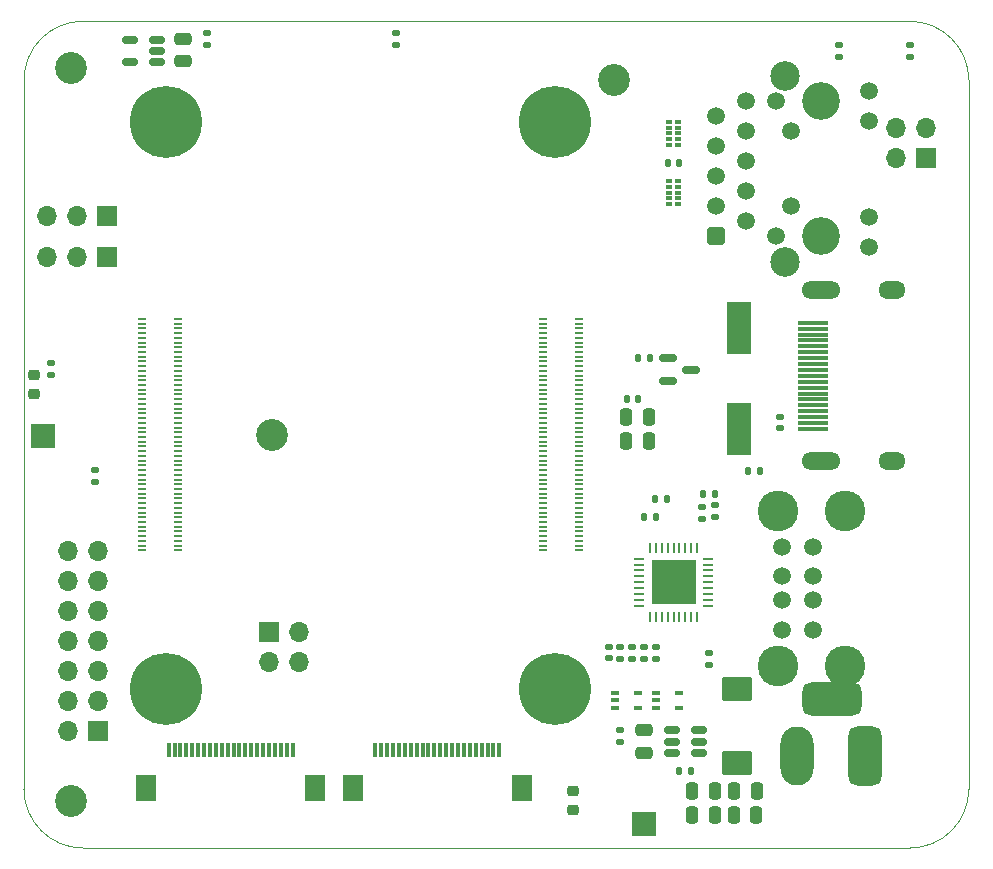
<source format=gts>
G04 #@! TF.GenerationSoftware,KiCad,Pcbnew,5.99.0-unknown-2a2dc1c0ff~131~ubuntu21.04.1*
G04 #@! TF.CreationDate,2021-08-03T15:44:55+06:00*
G04 #@! TF.ProjectId,CM4IOv5,434d3449-4f76-4352-9e6b-696361645f70,rev?*
G04 #@! TF.SameCoordinates,Original*
G04 #@! TF.FileFunction,Soldermask,Top*
G04 #@! TF.FilePolarity,Negative*
%FSLAX46Y46*%
G04 Gerber Fmt 4.6, Leading zero omitted, Abs format (unit mm)*
G04 Created by KiCad (PCBNEW 5.99.0-unknown-2a2dc1c0ff~131~ubuntu21.04.1) date 2021-08-03 15:44:55*
%MOMM*%
%LPD*%
G01*
G04 APERTURE LIST*
G04 Aperture macros list*
%AMRoundRect*
0 Rectangle with rounded corners*
0 $1 Rounding radius*
0 $2 $3 $4 $5 $6 $7 $8 $9 X,Y pos of 4 corners*
0 Add a 4 corners polygon primitive as box body*
4,1,4,$2,$3,$4,$5,$6,$7,$8,$9,$2,$3,0*
0 Add four circle primitives for the rounded corners*
1,1,$1+$1,$2,$3*
1,1,$1+$1,$4,$5*
1,1,$1+$1,$6,$7*
1,1,$1+$1,$8,$9*
0 Add four rect primitives between the rounded corners*
20,1,$1+$1,$2,$3,$4,$5,0*
20,1,$1+$1,$4,$5,$6,$7,0*
20,1,$1+$1,$6,$7,$8,$9,0*
20,1,$1+$1,$8,$9,$2,$3,0*%
G04 Aperture macros list end*
G04 #@! TA.AperFunction,Profile*
%ADD10C,0.050000*%
G04 #@! TD*
%ADD11C,6.100000*%
%ADD12R,0.700000X0.200000*%
%ADD13RoundRect,0.700000X1.800000X0.700000X-1.800000X0.700000X-1.800000X-0.700000X1.800000X-0.700000X0*%
%ADD14RoundRect,0.700000X0.700000X1.800000X-0.700000X1.800000X-0.700000X-1.800000X0.700000X-1.800000X0*%
%ADD15O,2.800000X5.000000*%
%ADD16RoundRect,0.135000X0.185000X-0.135000X0.185000X0.135000X-0.185000X0.135000X-0.185000X-0.135000X0*%
%ADD17RoundRect,0.140000X0.170000X-0.140000X0.170000X0.140000X-0.170000X0.140000X-0.170000X-0.140000X0*%
%ADD18RoundRect,0.150000X-0.512500X-0.150000X0.512500X-0.150000X0.512500X0.150000X-0.512500X0.150000X0*%
%ADD19RoundRect,0.250000X-0.475000X0.250000X-0.475000X-0.250000X0.475000X-0.250000X0.475000X0.250000X0*%
%ADD20C,1.500000*%
%ADD21C,3.450000*%
%ADD22RoundRect,0.218750X0.256250X-0.218750X0.256250X0.218750X-0.256250X0.218750X-0.256250X-0.218750X0*%
%ADD23R,2.600000X0.300000*%
%ADD24O,3.300000X1.500000*%
%ADD25O,2.300000X1.500000*%
%ADD26C,2.700000*%
%ADD27RoundRect,0.135000X-0.135000X-0.185000X0.135000X-0.185000X0.135000X0.185000X-0.135000X0.185000X0*%
%ADD28RoundRect,0.250000X-0.250000X-0.475000X0.250000X-0.475000X0.250000X0.475000X-0.250000X0.475000X0*%
%ADD29R,0.300000X1.300000*%
%ADD30R,1.800000X2.200000*%
%ADD31R,0.650000X0.400000*%
%ADD32R,2.000000X4.500000*%
%ADD33RoundRect,0.250000X0.250000X0.475000X-0.250000X0.475000X-0.250000X-0.475000X0.250000X-0.475000X0*%
%ADD34R,1.700000X1.700000*%
%ADD35O,1.700000X1.700000*%
%ADD36C,3.200000*%
%ADD37RoundRect,0.250500X0.499500X-0.499500X0.499500X0.499500X-0.499500X0.499500X-0.499500X-0.499500X0*%
%ADD38C,2.500000*%
%ADD39RoundRect,0.062500X-0.350000X-0.062500X0.350000X-0.062500X0.350000X0.062500X-0.350000X0.062500X0*%
%ADD40RoundRect,0.062500X-0.062500X-0.350000X0.062500X-0.350000X0.062500X0.350000X-0.062500X0.350000X0*%
%ADD41R,3.700000X3.700000*%
%ADD42R,0.550000X0.300000*%
%ADD43R,0.550000X0.400000*%
%ADD44R,2.000000X2.000000*%
%ADD45RoundRect,0.135000X0.135000X0.185000X-0.135000X0.185000X-0.135000X-0.185000X0.135000X-0.185000X0*%
%ADD46RoundRect,0.250000X-1.025000X0.787500X-1.025000X-0.787500X1.025000X-0.787500X1.025000X0.787500X0*%
%ADD47RoundRect,0.135000X-0.185000X0.135000X-0.185000X-0.135000X0.185000X-0.135000X0.185000X0.135000X0*%
%ADD48RoundRect,0.140000X-0.140000X-0.170000X0.140000X-0.170000X0.140000X0.170000X-0.140000X0.170000X0*%
%ADD49RoundRect,0.218750X-0.256250X0.218750X-0.256250X-0.218750X0.256250X-0.218750X0.256250X0.218750X0*%
%ADD50RoundRect,0.140000X0.140000X0.170000X-0.140000X0.170000X-0.140000X-0.170000X0.140000X-0.170000X0*%
%ADD51RoundRect,0.250000X0.475000X-0.250000X0.475000X0.250000X-0.475000X0.250000X-0.475000X-0.250000X0*%
%ADD52RoundRect,0.150000X-0.587500X-0.150000X0.587500X-0.150000X0.587500X0.150000X-0.587500X0.150000X0*%
%ADD53RoundRect,0.150000X0.512500X0.150000X-0.512500X0.150000X-0.512500X-0.150000X0.512500X-0.150000X0*%
G04 APERTURE END LIST*
D10*
X141200000Y-105400000D02*
G75*
G03*
X146200000Y-100400000I0J5000000D01*
G01*
X146200000Y-40400000D02*
G75*
G03*
X141200000Y-35400000I-5000000J0D01*
G01*
X146200000Y-40400000D02*
X146200000Y-100400000D01*
X66200000Y-100400000D02*
G75*
G03*
X71200000Y-105400000I5000000J0D01*
G01*
X141200000Y-105400000D02*
X71200000Y-105400000D01*
X66200000Y-100400000D02*
X66200000Y-40400000D01*
X71200000Y-35400000D02*
G75*
G03*
X66200000Y-40400000I0J-5000000D01*
G01*
X71200000Y-35400000D02*
X141200000Y-35400000D01*
D11*
X111200000Y-91900000D03*
X111200000Y-43900000D03*
X78200000Y-91900000D03*
X78200000Y-43900000D03*
D12*
X76200000Y-60600000D03*
X79280000Y-60600000D03*
X76200000Y-61000000D03*
X79280000Y-61000000D03*
X76200000Y-61400000D03*
X79280000Y-61400000D03*
X76200000Y-61800000D03*
X79280000Y-61800000D03*
X76200000Y-62200000D03*
X79280000Y-62200000D03*
X76200000Y-62600000D03*
X79280000Y-62600000D03*
X76200000Y-63000000D03*
X79280000Y-63000000D03*
X76200000Y-63400000D03*
X79280000Y-63400000D03*
X76200000Y-63800000D03*
X79280000Y-63800000D03*
X76200000Y-64200000D03*
X79280000Y-64200000D03*
X76200000Y-64600000D03*
X79280000Y-64600000D03*
X76200000Y-65000000D03*
X79280000Y-65000000D03*
X76200000Y-65400000D03*
X79280000Y-65400000D03*
X76200000Y-65800000D03*
X79280000Y-65800000D03*
X76200000Y-66200000D03*
X79280000Y-66200000D03*
X76200000Y-66600000D03*
X79280000Y-66600000D03*
X76200000Y-67000000D03*
X79280000Y-67000000D03*
X76200000Y-67400000D03*
X79280000Y-67400000D03*
X76200000Y-67800000D03*
X79280000Y-67800000D03*
X76200000Y-68200000D03*
X79280000Y-68200000D03*
X76200000Y-68600000D03*
X79280000Y-68600000D03*
X76200000Y-69000000D03*
X79280000Y-69000000D03*
X76200000Y-69400000D03*
X79280000Y-69400000D03*
X76200000Y-69800000D03*
X79280000Y-69800000D03*
X76200000Y-70200000D03*
X79280000Y-70200000D03*
X76200000Y-70600000D03*
X79280000Y-70600000D03*
X76200000Y-71000000D03*
X79280000Y-71000000D03*
X76200000Y-71400000D03*
X79280000Y-71400000D03*
X76200000Y-71800000D03*
X79280000Y-71800000D03*
X76200000Y-72200000D03*
X79280000Y-72200000D03*
X76200000Y-72600000D03*
X79280000Y-72600000D03*
X76200000Y-73000000D03*
X79280000Y-73000000D03*
X76200000Y-73400000D03*
X79280000Y-73400000D03*
X76200000Y-73800000D03*
X79280000Y-73800000D03*
X76200000Y-74200000D03*
X79280000Y-74200000D03*
X76200000Y-74600000D03*
X79280000Y-74600000D03*
X76200000Y-75000000D03*
X79280000Y-75000000D03*
X76200000Y-75400000D03*
X79280000Y-75400000D03*
X76200000Y-75800000D03*
X79280000Y-75800000D03*
X76200000Y-76200000D03*
X79280000Y-76200000D03*
X76200000Y-76600000D03*
X79280000Y-76600000D03*
X76200000Y-77000000D03*
X79280000Y-77000000D03*
X76200000Y-77400000D03*
X79280000Y-77400000D03*
X76200000Y-77800000D03*
X79280000Y-77800000D03*
X76200000Y-78200000D03*
X79280000Y-78200000D03*
X76200000Y-78600000D03*
X79280000Y-78600000D03*
X76200000Y-79000000D03*
X79280000Y-79000000D03*
X76200000Y-79400000D03*
X79280000Y-79400000D03*
X76200000Y-79800000D03*
X79280000Y-79800000D03*
X76200000Y-80200000D03*
X79280000Y-80200000D03*
X110120000Y-60600000D03*
X113200000Y-60600000D03*
X110120000Y-61000000D03*
X113200000Y-61000000D03*
X110120000Y-61400000D03*
X113200000Y-61400000D03*
X110120000Y-61800000D03*
X113200000Y-61800000D03*
X110120000Y-62200000D03*
X113200000Y-62200000D03*
X110120000Y-62600000D03*
X113200000Y-62600000D03*
X110120000Y-63000000D03*
X113200000Y-63000000D03*
X110120000Y-63400000D03*
X113200000Y-63400000D03*
X110120000Y-63800000D03*
X113200000Y-63800000D03*
X110120000Y-64200000D03*
X113200000Y-64200000D03*
X110120000Y-64600000D03*
X113200000Y-64600000D03*
X110120000Y-65000000D03*
X113200000Y-65000000D03*
X110120000Y-65400000D03*
X113200000Y-65400000D03*
X110120000Y-65800000D03*
X113200000Y-65800000D03*
X110120000Y-66200000D03*
X113200000Y-66200000D03*
X110120000Y-66600000D03*
X113200000Y-66600000D03*
X110120000Y-67000000D03*
X113200000Y-67000000D03*
X110120000Y-67400000D03*
X113200000Y-67400000D03*
X110120000Y-67800000D03*
X113200000Y-67800000D03*
X110120000Y-68200000D03*
X113200000Y-68200000D03*
X110120000Y-68600000D03*
X113200000Y-68600000D03*
X110120000Y-69000000D03*
X113200000Y-69000000D03*
X110120000Y-69400000D03*
X113200000Y-69400000D03*
X110120000Y-69800000D03*
X113200000Y-69800000D03*
X110120000Y-70200000D03*
X113200000Y-70200000D03*
X110120000Y-70600000D03*
X113200000Y-70600000D03*
X110120000Y-71000000D03*
X113200000Y-71000000D03*
X110120000Y-71400000D03*
X113200000Y-71400000D03*
X110120000Y-71800000D03*
X113200000Y-71800000D03*
X110120000Y-72200000D03*
X113200000Y-72200000D03*
X110120000Y-72600000D03*
X113200000Y-72600000D03*
X110120000Y-73000000D03*
X113200000Y-73000000D03*
X110120000Y-73400000D03*
X113200000Y-73400000D03*
X110120000Y-73800000D03*
X113200000Y-73800000D03*
X110120000Y-74200000D03*
X113200000Y-74200000D03*
X110120000Y-74600000D03*
X113200000Y-74600000D03*
X110120000Y-75000000D03*
X113200000Y-75000000D03*
X110120000Y-75400000D03*
X113200000Y-75400000D03*
X110120000Y-75800000D03*
X113200000Y-75800000D03*
X110120000Y-76200000D03*
X113200000Y-76200000D03*
X110120000Y-76600000D03*
X113200000Y-76600000D03*
X110120000Y-77000000D03*
X113200000Y-77000000D03*
X110120000Y-77400000D03*
X113200000Y-77400000D03*
X110120000Y-77800000D03*
X113200000Y-77800000D03*
X110120000Y-78200000D03*
X113200000Y-78200000D03*
X110120000Y-78600000D03*
X113200000Y-78600000D03*
X110120000Y-79000000D03*
X113200000Y-79000000D03*
X110120000Y-79400000D03*
X113200000Y-79400000D03*
X110120000Y-79800000D03*
X113200000Y-79800000D03*
X110120000Y-80200000D03*
X113200000Y-80200000D03*
D13*
X134630400Y-92801600D03*
D14*
X137430400Y-97601600D03*
D15*
X131630400Y-97601600D03*
D16*
X141200000Y-38410000D03*
X141200000Y-37390000D03*
D17*
X119700000Y-89380000D03*
X119700000Y-88420000D03*
D18*
X121062500Y-95450000D03*
X121062500Y-96400000D03*
X121062500Y-97350000D03*
X123337500Y-97350000D03*
X123337500Y-96400000D03*
X123337500Y-95450000D03*
D19*
X118700000Y-95450000D03*
X118700000Y-97350000D03*
D17*
X117700000Y-89360000D03*
X117700000Y-88400000D03*
D20*
X130370000Y-86900000D03*
X130370000Y-84400000D03*
X130370000Y-82400000D03*
X130370000Y-79900000D03*
X132990000Y-86900000D03*
X132990000Y-84400000D03*
X132990000Y-82400000D03*
X132990000Y-79900000D03*
D21*
X135700000Y-89970000D03*
X135700000Y-76830000D03*
X130020000Y-89970000D03*
X130020000Y-76830000D03*
D16*
X72200000Y-74410000D03*
X72200000Y-73390000D03*
D22*
X112700000Y-102187500D03*
X112700000Y-100612500D03*
D23*
X132970000Y-60925000D03*
X132970000Y-61425000D03*
X132970000Y-61925000D03*
X132970000Y-62425000D03*
X132970000Y-62925000D03*
X132970000Y-63425000D03*
X132970000Y-63925000D03*
X132970000Y-64425000D03*
X132970000Y-64925000D03*
X132970000Y-65425000D03*
X132970000Y-65925000D03*
X132970000Y-66425000D03*
X132970000Y-66925000D03*
X132970000Y-67425000D03*
X132970000Y-67925000D03*
X132970000Y-68425000D03*
X132970000Y-68925000D03*
X132970000Y-69425000D03*
X132970000Y-69925000D03*
D24*
X133700000Y-58175000D03*
X133700000Y-72675000D03*
D25*
X139660000Y-72675000D03*
X139660000Y-58175000D03*
D17*
X130200000Y-69880000D03*
X130200000Y-68920000D03*
D26*
X87200000Y-70400000D03*
D27*
X123690000Y-75400000D03*
X124710000Y-75400000D03*
D26*
X70200000Y-39400000D03*
D16*
X124700000Y-77410000D03*
X124700000Y-76390000D03*
D28*
X117200000Y-70900000D03*
X119100000Y-70900000D03*
D26*
X116200000Y-40400000D03*
D28*
X122779600Y-100580900D03*
X124679600Y-100580900D03*
D29*
X78450000Y-97100000D03*
X78950000Y-97100000D03*
X79450000Y-97100000D03*
X79950000Y-97100000D03*
X80450000Y-97100000D03*
X80950000Y-97100000D03*
X81450000Y-97100000D03*
X81950000Y-97100000D03*
X82450000Y-97100000D03*
X82950000Y-97100000D03*
X83450000Y-97100000D03*
X83950000Y-97100000D03*
X84450000Y-97100000D03*
X84950000Y-97100000D03*
X85450000Y-97100000D03*
X85950000Y-97100000D03*
X86450000Y-97100000D03*
X86950000Y-97100000D03*
X87450000Y-97100000D03*
X87950000Y-97100000D03*
X88450000Y-97100000D03*
X88950000Y-97100000D03*
D30*
X76550000Y-100350000D03*
X90850000Y-100350000D03*
D16*
X81700000Y-37410000D03*
X81700000Y-36390000D03*
D31*
X116250000Y-92250000D03*
X116250000Y-92900000D03*
X116250000Y-93550000D03*
X118150000Y-93550000D03*
X118150000Y-92250000D03*
D32*
X126700000Y-69900000D03*
X126700000Y-61400000D03*
D27*
X118690000Y-77400000D03*
X119710000Y-77400000D03*
D29*
X95950000Y-97100000D03*
X96450000Y-97100000D03*
X96950000Y-97100000D03*
X97450000Y-97100000D03*
X97950000Y-97100000D03*
X98450000Y-97100000D03*
X98950000Y-97100000D03*
X99450000Y-97100000D03*
X99950000Y-97100000D03*
X100450000Y-97100000D03*
X100950000Y-97100000D03*
X101450000Y-97100000D03*
X101950000Y-97100000D03*
X102450000Y-97100000D03*
X102950000Y-97100000D03*
X103450000Y-97100000D03*
X103950000Y-97100000D03*
X104450000Y-97100000D03*
X104950000Y-97100000D03*
X105450000Y-97100000D03*
X105950000Y-97100000D03*
X106450000Y-97100000D03*
D30*
X94050000Y-100350000D03*
X108350000Y-100350000D03*
D33*
X128229600Y-100580900D03*
X126329600Y-100580900D03*
D34*
X73225000Y-55400000D03*
D35*
X70685000Y-55400000D03*
X68145000Y-55400000D03*
D36*
X133700000Y-42185000D03*
X133700000Y-53615000D03*
D37*
X124810000Y-53615000D03*
D20*
X127350000Y-52345000D03*
X124810000Y-51075000D03*
X127350000Y-49805000D03*
X124810000Y-48535000D03*
X127350000Y-47265000D03*
X124810000Y-45995000D03*
X127350000Y-44725000D03*
X124810000Y-43455000D03*
X127350000Y-42185000D03*
X129870000Y-53615000D03*
X131140000Y-51075000D03*
X131140000Y-44725000D03*
X129870000Y-42185000D03*
X137760000Y-54530000D03*
X137760000Y-51990000D03*
X137760000Y-43810000D03*
X137760000Y-41270000D03*
D38*
X130650000Y-55775000D03*
X130650000Y-40025000D03*
D16*
X97700000Y-37410000D03*
X97700000Y-36390000D03*
D17*
X118700000Y-89380000D03*
X118700000Y-88420000D03*
X116700000Y-89380000D03*
X116700000Y-88420000D03*
D39*
X118262500Y-80900000D03*
X118262500Y-81400000D03*
X118262500Y-81900000D03*
X118262500Y-82400000D03*
X118262500Y-82900000D03*
X118262500Y-83400000D03*
X118262500Y-83900000D03*
X118262500Y-84400000D03*
X118262500Y-84900000D03*
D40*
X119200000Y-85837500D03*
X119700000Y-85837500D03*
X120200000Y-85837500D03*
X120700000Y-85837500D03*
X121200000Y-85837500D03*
X121700000Y-85837500D03*
X122200000Y-85837500D03*
X122700000Y-85837500D03*
X123200000Y-85837500D03*
D39*
X124137500Y-84900000D03*
X124137500Y-84400000D03*
X124137500Y-83900000D03*
X124137500Y-83400000D03*
X124137500Y-82900000D03*
X124137500Y-82400000D03*
X124137500Y-81900000D03*
X124137500Y-81400000D03*
X124137500Y-80900000D03*
D40*
X123200000Y-79962500D03*
X122700000Y-79962500D03*
X122200000Y-79962500D03*
X121700000Y-79962500D03*
X121200000Y-79962500D03*
X120700000Y-79962500D03*
X120200000Y-79962500D03*
X119700000Y-79962500D03*
X119200000Y-79962500D03*
D41*
X121200000Y-82900000D03*
D34*
X73200000Y-51900000D03*
D35*
X70660000Y-51900000D03*
X68120000Y-51900000D03*
D42*
X120815000Y-43900000D03*
X120815000Y-44400000D03*
D43*
X120815000Y-44900000D03*
D42*
X120815000Y-45400000D03*
X120815000Y-45900000D03*
X121585000Y-45900000D03*
X121585000Y-45400000D03*
D43*
X121585000Y-44900000D03*
D42*
X121585000Y-44400000D03*
X121585000Y-43900000D03*
D44*
X67828400Y-70500400D03*
X118700000Y-103400000D03*
D45*
X122710000Y-98900000D03*
X121690000Y-98900000D03*
D46*
X126553200Y-91938000D03*
X126553200Y-98163000D03*
D16*
X135200000Y-38410000D03*
X135200000Y-37390000D03*
D34*
X142555200Y-46980000D03*
D35*
X140015200Y-46980000D03*
X142555200Y-44440000D03*
X140015200Y-44440000D03*
D47*
X124200000Y-88890000D03*
X124200000Y-89910000D03*
D42*
X120815000Y-48900000D03*
X120815000Y-49400000D03*
D43*
X120815000Y-49900000D03*
D42*
X120815000Y-50400000D03*
X120815000Y-50900000D03*
X121585000Y-50900000D03*
X121585000Y-50400000D03*
D43*
X121585000Y-49900000D03*
D42*
X121585000Y-49400000D03*
X121585000Y-48900000D03*
D16*
X123606800Y-77514800D03*
X123606800Y-76494800D03*
D48*
X117220000Y-67400000D03*
X118180000Y-67400000D03*
D16*
X116700000Y-96400000D03*
X116700000Y-95380000D03*
D31*
X119750000Y-92250000D03*
X119750000Y-92900000D03*
X119750000Y-93550000D03*
X121650000Y-93550000D03*
X121650000Y-92250000D03*
D49*
X67066400Y-65369400D03*
X67066400Y-66944400D03*
D33*
X128179600Y-102580900D03*
X126279600Y-102580900D03*
D34*
X72475000Y-95525000D03*
D35*
X69935000Y-95525000D03*
X72475000Y-92985000D03*
X69935000Y-92985000D03*
X72475000Y-90445000D03*
X69935000Y-90445000D03*
X72475000Y-87905000D03*
X69935000Y-87905000D03*
X72475000Y-85365000D03*
X69935000Y-85365000D03*
X72475000Y-82825000D03*
X69935000Y-82825000D03*
X72475000Y-80285000D03*
X69935000Y-80285000D03*
D48*
X127523600Y-73446800D03*
X128483600Y-73446800D03*
D50*
X119180000Y-63900000D03*
X118220000Y-63900000D03*
D26*
X70200000Y-101400000D03*
D28*
X117200000Y-68900000D03*
X119100000Y-68900000D03*
D51*
X79700000Y-38800000D03*
X79700000Y-36900000D03*
D17*
X115701924Y-89350000D03*
X115701924Y-88390000D03*
D50*
X121680000Y-47400000D03*
X120720000Y-47400000D03*
D52*
X120762500Y-63950000D03*
X120762500Y-65850000D03*
X122637500Y-64900000D03*
D53*
X77475000Y-38850000D03*
X77475000Y-37900000D03*
X77475000Y-36950000D03*
X75200000Y-36950000D03*
X75200000Y-38850000D03*
D16*
X68488800Y-65373600D03*
X68488800Y-64353600D03*
D28*
X122779600Y-102580900D03*
X124679600Y-102580900D03*
D50*
X120609600Y-75885200D03*
X119649600Y-75885200D03*
D34*
X86980000Y-87112000D03*
D35*
X86980000Y-89652000D03*
X89520000Y-87112000D03*
X89520000Y-89652000D03*
M02*

</source>
